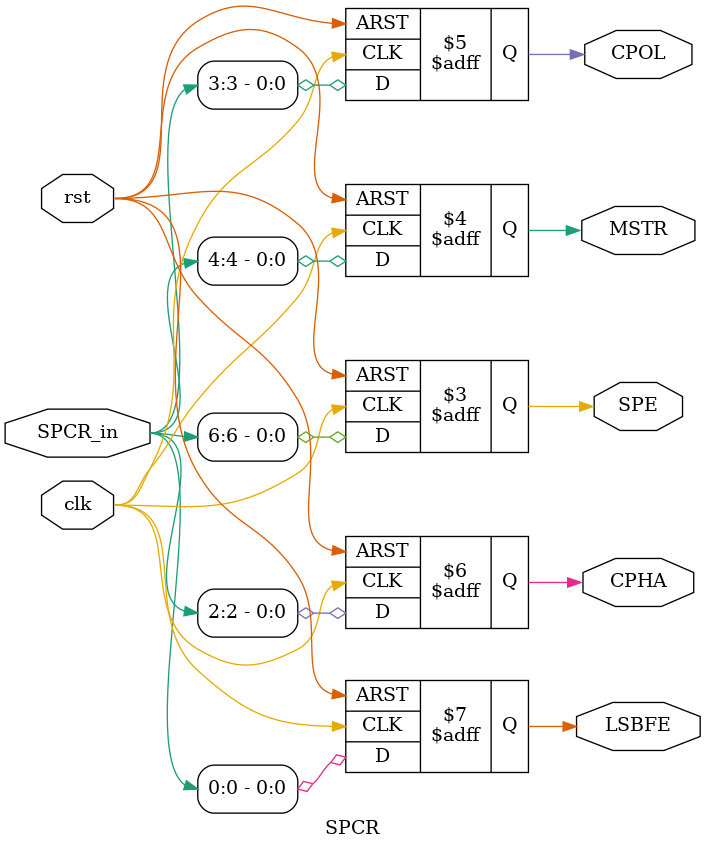
<source format=v>
`default_nettype none

module SPCR(
    input wire [7:0] SPCR_in,
    input wire clk, rst,
    output reg SPE, MSTR, CPOL, CPHA, LSBFE
);

always @(posedge clk or negedge rst) begin
    if(~rst)begin
      SPE <= 0; MSTR <= 0; CPOL <= 0; CPHA <= 0; LSBFE <= 0;
    end
    else begin
      SPE <= SPCR_in[6]; //SPI enable
      MSTR <= SPCR_in[4]; // Master or slave
      CPOL <= SPCR_in[3]; //Clock polarity
      CPHA <= SPCR_in[2]; //Clock phase
      LSBFE <= SPCR_in[0]; //Most sig bit or least sig bit first
    end
end
endmodule

</source>
